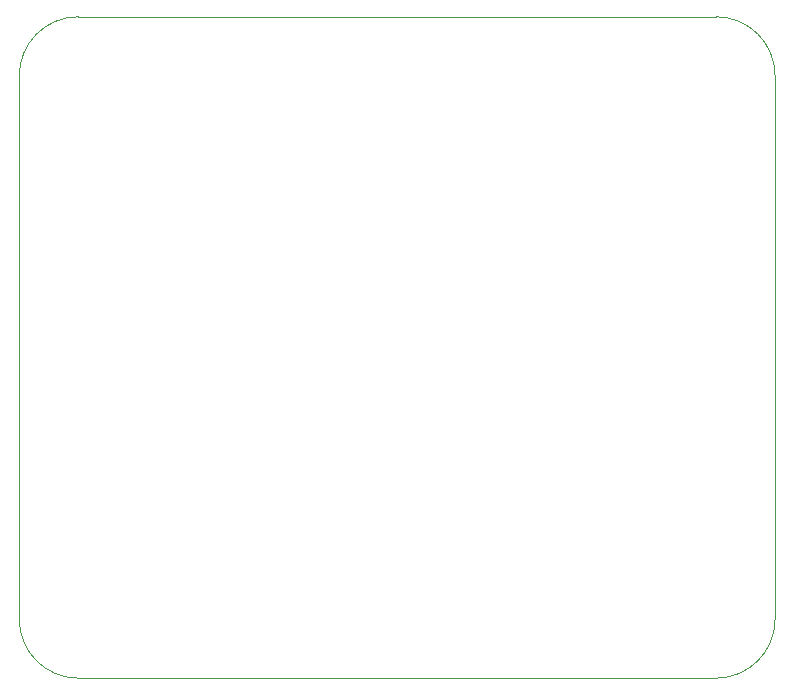
<source format=gbr>
%TF.GenerationSoftware,KiCad,Pcbnew,5.1.6-c6e7f7d~87~ubuntu20.04.1*%
%TF.CreationDate,2020-09-20T16:33:26-07:00*%
%TF.ProjectId,esp8266-iot,65737038-3236-4362-9d69-6f742e6b6963,rev?*%
%TF.SameCoordinates,Original*%
%TF.FileFunction,Profile,NP*%
%FSLAX46Y46*%
G04 Gerber Fmt 4.6, Leading zero omitted, Abs format (unit mm)*
G04 Created by KiCad (PCBNEW 5.1.6-c6e7f7d~87~ubuntu20.04.1) date 2020-09-20 16:33:26*
%MOMM*%
%LPD*%
G01*
G04 APERTURE LIST*
%TA.AperFunction,Profile*%
%ADD10C,0.050000*%
%TD*%
G04 APERTURE END LIST*
D10*
X-32000000Y23000000D02*
X-32000000Y-23000000D01*
X32000000Y-23000000D02*
X32000000Y23000000D01*
X32000000Y-23000000D02*
G75*
G02*
X27000000Y-28000000I-5000000J0D01*
G01*
X-27000000Y-28000000D02*
X27000000Y-28000000D01*
X-27000000Y-28000000D02*
G75*
G02*
X-32000000Y-23000000I0J5000000D01*
G01*
X27000000Y28000000D02*
G75*
G02*
X32000000Y23000000I0J-5000000D01*
G01*
X-27000000Y28000000D02*
X27000000Y28000000D01*
X-32000000Y23000000D02*
G75*
G02*
X-27000000Y28000000I5000000J0D01*
G01*
M02*

</source>
